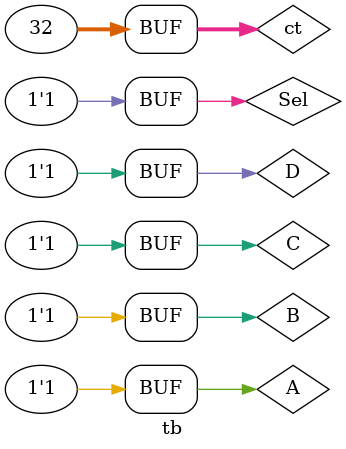
<source format=v>
module mux(output reg Y, input sel, A, B);
	always@(sel or A or B)
		case(sel)
			0: Y <= A;
			1: Y <= B;
		endcase
endmodule

module p4_15(output Y, input Sel, A,B,C,D);
	wire m1, m2;

	nand	n1(m1, A,B),
		n2(m2, C,D);

	mux     m(Y, Sel, m1,m2);

endmodule


module tb();
	wire Y;
	reg A,B,C,D, Sel;
	integer ct;

	p4_15 device(Y, Sel, A,B,C,D);

	initial begin
		{A, B, C, D, Sel} = 0;

		$monitor("Sel=%b A(%b)&B(%b)=%b C(%b)&D(%b)=%b Y=%b",
			Sel, A, B, A&B, C, D, C&D, Y);
		$dumpfile("p15.vcd");
		$dumpvars(1,device);

		for (ct = 0; ct <= 'b11111; ct = ct + 1) begin
			#10 { Sel, A, B, C, D } = ct;
		end
	end
endmodule

</source>
